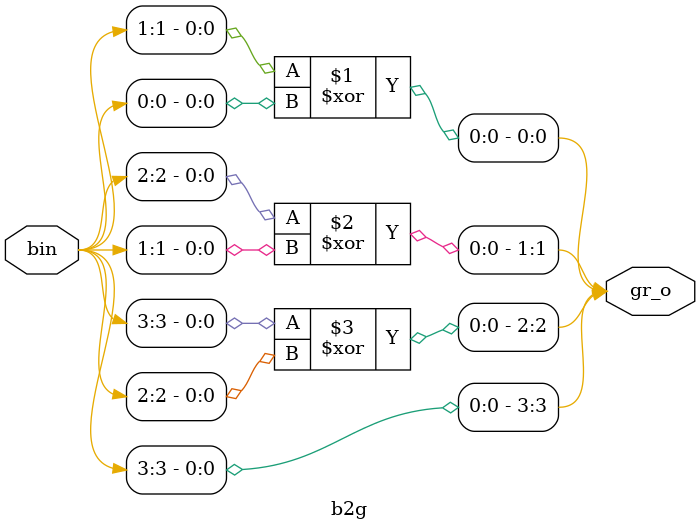
<source format=sv>
module b2g (gr_o,bin);
  input   logic [3:0] bin;       
  output  logic [3:0] gr_o;

  assign gr_o = {bin[3],bin[3]^bin[2],bin[2]^bin[1],bin[1]^bin[0]};
  
endmodule


</source>
